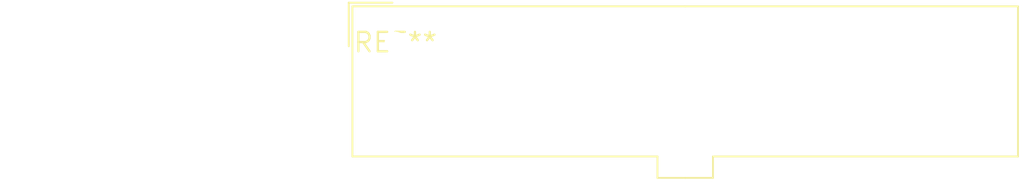
<source format=kicad_pcb>
(kicad_pcb (version 20240108) (generator pcbnew)
  (layers (0 "F.Cu" signal) (31 "B.Cu" signal) (34 "B.Paste" user) (35 "F.Paste" user) (36 "B.SilkS" user "B.Silkscreen") (37 "F.SilkS" user "F.Silkscreen") (38 "B.Mask" user) (39 "F.Mask" user) (44 "Edge.Cuts" user))
  (net 0 "")
  (footprint "Molex_Mini-Fit_Jr_5566-20A_2x10_P4.20mm_Vertical" (layer "F.Cu") (at 0 0)
    (property "Reference" "REF**")
    (property "Value" "Molex_Mini-Fit_Jr_5566-20A_2x10_P4.20mm_Vertical")
    (fp_line (start -3.05 -2.6) (end -3.05 0.25) (layer "F.SilkS") (stroke (width 0.12)))
    (fp_line (start -2.81 -2.36) (end -2.81 7.46) (layer "F.SilkS") (stroke (width 0.12)))
    (fp_line (start -2.81 7.46) (end 17.09 7.46) (layer "F.SilkS") (stroke (width 0.12)))
    (fp_line (start -0.2 -2.6) (end -3.05 -2.6) (layer "F.SilkS") (stroke (width 0.12)))
    (fp_line (start 17.09 7.46) (end 17.09 8.86) (layer "F.SilkS") (stroke (width 0.12)))
    (fp_line (start 17.09 8.86) (end 18.9 8.86) (layer "F.SilkS") (stroke (width 0.12)))
    (fp_line (start 18.9 -2.36) (end -2.81 -2.36) (layer "F.SilkS") (stroke (width 0.12)))
    (fp_line (start 18.9 -2.36) (end 40.61 -2.36) (layer "F.SilkS") (stroke (width 0.12)))
    (fp_line (start 20.71 7.46) (end 20.71 8.86) (layer "F.SilkS") (stroke (width 0.12)))
    (fp_line (start 20.71 8.86) (end 18.9 8.86) (layer "F.SilkS") (stroke (width 0.12)))
    (fp_line (start 40.61 -2.36) (end 40.61 7.46) (layer "F.SilkS") (stroke (width 0.12)))
    (fp_line (start 40.61 7.46) (end 20.71 7.46) (layer "F.SilkS") (stroke (width 0.12)))
    (pad "1" thru_hole roundrect (at 0 0) (size 2.7 3.3) (drill 1.4) (layers *.Cu *.Mask) (remove_unused_layers) (roundrect_rratio 0.092593))
    (pad "2" thru_hole oval (at 4.2 0) (size 2.7 3.3) (drill 1.4) (layers *.Cu *.Mask) (remove_unused_layers))
    (pad "3" thru_hole oval (at 8.4 0) (size 2.7 3.3) (drill 1.4) (layers *.Cu *.Mask) (remove_unused_layers))
    (pad "4" thru_hole oval (at 12.6 0) (size 2.7 3.3) (drill 1.4) (layers *.Cu *.Mask) (remove_unused_layers))
    (pad "5" thru_hole oval (at 16.8 0) (size 2.7 3.3) (drill 1.4) (layers *.Cu *.Mask) (remove_unused_layers))
    (pad "6" thru_hole oval (at 21 0) (size 2.7 3.3) (drill 1.4) (layers *.Cu *.Mask) (remove_unused_layers))
    (pad "7" thru_hole oval (at 25.2 0) (size 2.7 3.3) (drill 1.4) (layers *.Cu *.Mask) (remove_unused_layers))
    (pad "8" thru_hole oval (at 29.4 0) (size 2.7 3.3) (drill 1.4) (layers *.Cu *.Mask) (remove_unused_layers))
    (pad "9" thru_hole oval (at 33.6 0) (size 2.7 3.3) (drill 1.4) (layers *.Cu *.Mask) (remove_unused_layers))
    (pad "10" thru_hole oval (at 37.8 0) (size 2.7 3.3) (drill 1.4) (layers *.Cu *.Mask) (remove_unused_layers))
    (pad "11" thru_hole oval (at 0 5.5) (size 2.7 3.3) (drill 1.4) (layers *.Cu *.Mask) (remove_unused_layers))
    (pad "12" thru_hole oval (at 4.2 5.5) (size 2.7 3.3) (drill 1.4) (layers *.Cu *.Mask) (remove_unused_layers))
    (pad "13" thru_hole oval (at 8.4 5.5) (size 2.7 3.3) (drill 1.4) (layers *.Cu *.Mask) (remove_unused_layers))
    (pad "14" thru_hole oval (at 12.6 5.5) (size 2.7 3.3) (drill 1.4) (layers *.Cu *.Mask) (remove_unused_layers))
    (pad "15" thru_hole oval (at 16.8 5.5) (size 2.7 3.3) (drill 1.4) (layers *.Cu *.Mask) (remove_unused_layers))
    (pad "16" thru_hole oval (at 21 5.5) (size 2.7 3.3) (drill 1.4) (layers *.Cu *.Mask) (remove_unused_layers))
    (pad "17" thru_hole oval (at 25.2 5.5) (size 2.7 3.3) (drill 1.4) (layers *.Cu *.Mask) (remove_unused_layers))
    (pad "18" thru_hole oval (at 29.4 5.5) (size 2.7 3.3) (drill 1.4) (layers *.Cu *.Mask) (remove_unused_layers))
    (pad "19" thru_hole oval (at 33.6 5.5) (size 2.7 3.3) (drill 1.4) (layers *.Cu *.Mask) (remove_unused_layers))
    (pad "20" thru_hole oval (at 37.8 5.5) (size 2.7 3.3) (drill 1.4) (layers *.Cu *.Mask) (remove_unused_layers))
  )
)
</source>
